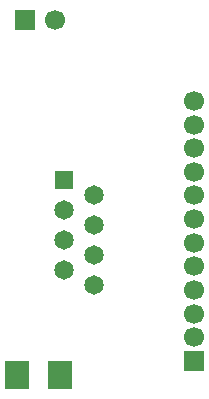
<source format=gts>
G04*
G04 #@! TF.GenerationSoftware,Altium Limited,Altium Designer,21.3.1 (25)*
G04*
G04 Layer_Color=8388736*
%FSLAX44Y44*%
%MOMM*%
G71*
G04*
G04 #@! TF.SameCoordinates,1899EECA-0796-468C-8384-63A2F62C21E4*
G04*
G04*
G04 #@! TF.FilePolarity,Negative*
G04*
G01*
G75*
%ADD18R,2.0500X2.4000*%
%ADD19C,1.6500*%
%ADD20R,1.6500X1.6500*%
%ADD21C,1.7000*%
%ADD22R,1.7000X1.7000*%
%ADD23R,1.7000X1.7000*%
D18*
X126499Y102751D02*
D03*
X89999D02*
D03*
D19*
X129400Y192250D02*
D03*
X154800Y179550D02*
D03*
Y204950D02*
D03*
X129400Y217650D02*
D03*
X154800Y230350D02*
D03*
X129400Y243050D02*
D03*
X154800Y255750D02*
D03*
D20*
X129400Y268450D02*
D03*
D21*
X240000Y135000D02*
D03*
Y155000D02*
D03*
Y175000D02*
D03*
Y195000D02*
D03*
Y235000D02*
D03*
Y215000D02*
D03*
X122420Y403920D02*
D03*
X240000Y335000D02*
D03*
Y315000D02*
D03*
Y295000D02*
D03*
Y275000D02*
D03*
Y255000D02*
D03*
D22*
X97020Y403920D02*
D03*
D23*
X240000Y115000D02*
D03*
M02*

</source>
